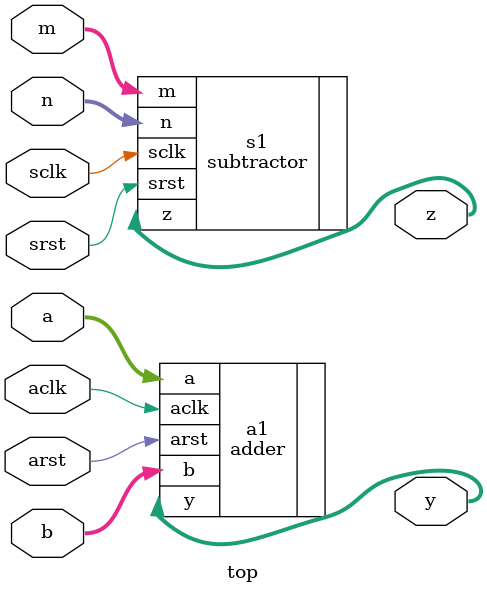
<source format=sv>
`include "adder_4_bit.sv"
`include "subtractor_4_bit.sv"

module top( input logic aclk,arst,sclk,srst,
           input logic [3:0] a,b,m,n,
           output logic [4:0] y,z);

  adder a1(.aclk(aclk),.arst(arst),.a(a),.b(b),.y(y));
  
  subtractor s1(.sclk(sclk),.srst(srst),.m(m),.n(n),.z(z));
  
endmodule:top
//`end_keywords
</source>
